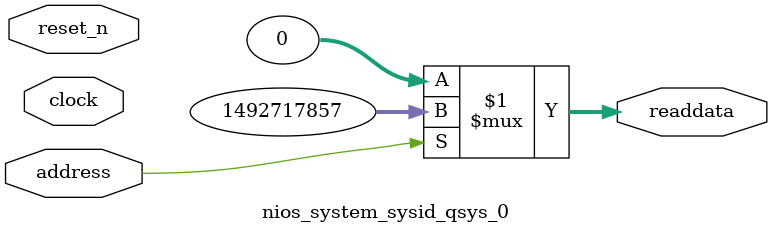
<source format=v>

`timescale 1ns / 1ps
// synthesis translate_on

// turn off superfluous verilog processor warnings 
// altera message_level Level1 
// altera message_off 10034 10035 10036 10037 10230 10240 10030 

module nios_system_sysid_qsys_0 (
               // inputs:
                address,
                clock,
                reset_n,

               // outputs:
                readdata
             )
;

  output  [ 31: 0] readdata;
  input            address;
  input            clock;
  input            reset_n;

  wire    [ 31: 0] readdata;
  //control_slave, which is an e_avalon_slave
  assign readdata = address ? 1492717857 : 0;

endmodule




</source>
